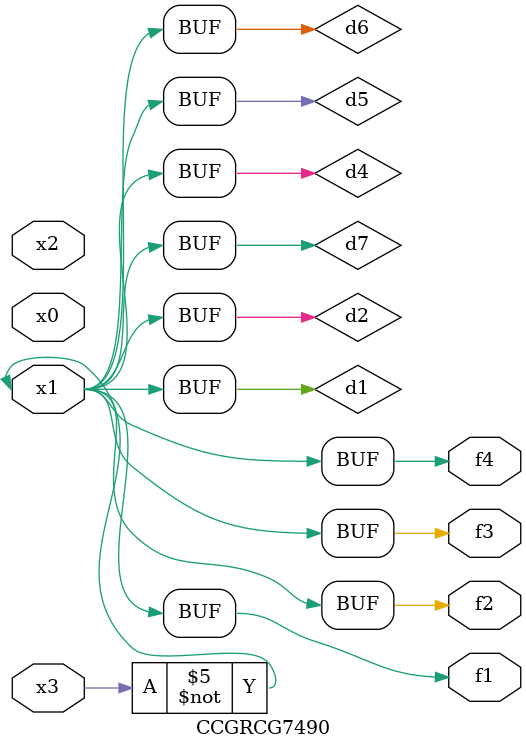
<source format=v>
module CCGRCG7490(
	input x0, x1, x2, x3,
	output f1, f2, f3, f4
);

	wire d1, d2, d3, d4, d5, d6, d7;

	not (d1, x3);
	buf (d2, x1);
	xnor (d3, d1, d2);
	nor (d4, d1);
	buf (d5, d1, d2);
	buf (d6, d4, d5);
	nand (d7, d4);
	assign f1 = d6;
	assign f2 = d7;
	assign f3 = d6;
	assign f4 = d6;
endmodule

</source>
